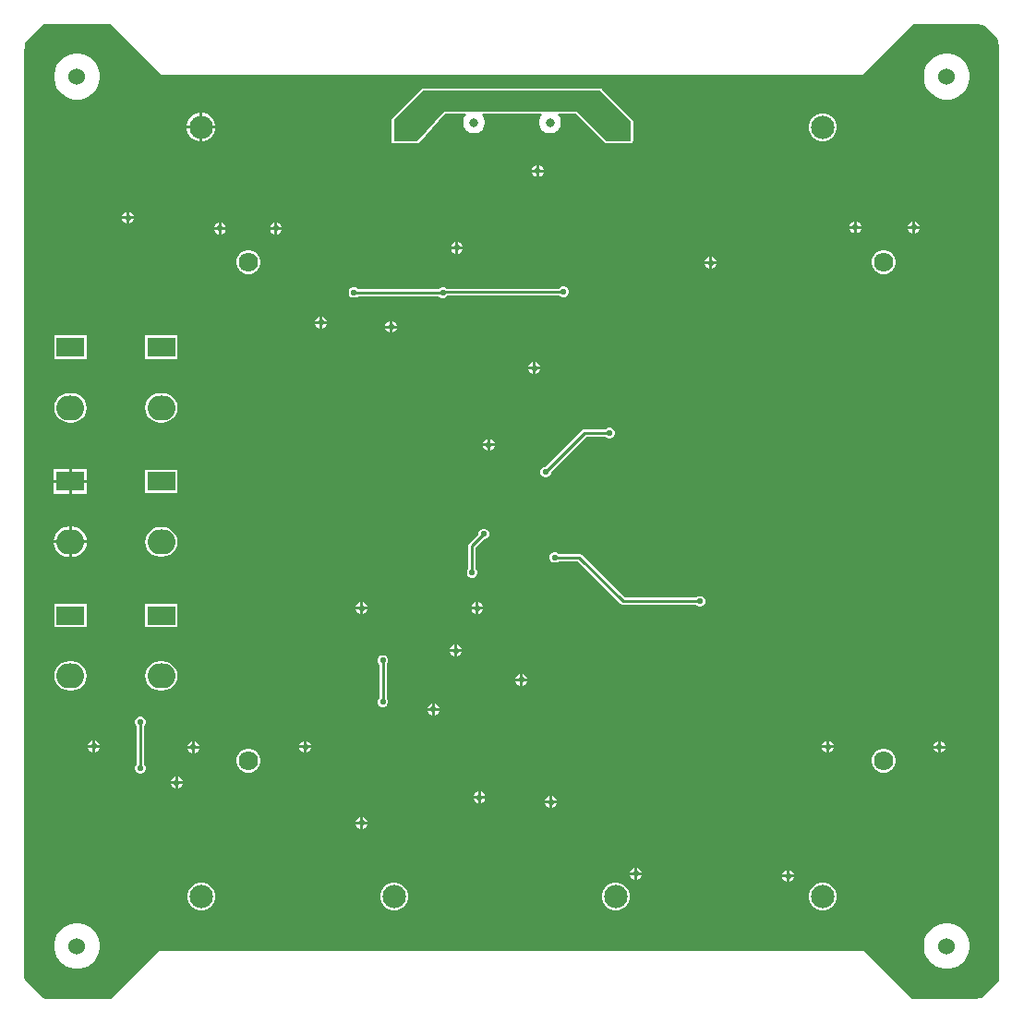
<source format=gbl>
G04*
G04 #@! TF.GenerationSoftware,Altium Limited,Altium Designer,23.11.1 (41)*
G04*
G04 Layer_Physical_Order=2*
G04 Layer_Color=16711680*
%FSLAX25Y25*%
%MOIN*%
G70*
G04*
G04 #@! TF.SameCoordinates,7FD28054-1643-4BC3-9A3C-097E624A02D2*
G04*
G04*
G04 #@! TF.FilePolarity,Positive*
G04*
G01*
G75*
%ADD13C,0.01000*%
%ADD77R,0.10000X0.07000*%
%ADD78C,0.07008*%
%ADD79C,0.08445*%
%ADD80C,0.03150*%
%ADD81O,0.10000X0.09000*%
%ADD82C,0.06000*%
%ADD83C,0.02300*%
G36*
X-205667Y-1204D02*
X-205656Y-1202D01*
X-205645Y-1204D01*
X-183435D01*
X-165451Y-19189D01*
X-165060Y-19450D01*
X-164599Y-19542D01*
X-164599Y-19542D01*
X87401D01*
X87401Y-19542D01*
X87862Y-19450D01*
X88252Y-19189D01*
X106237Y-1204D01*
X128627Y-1192D01*
X129493Y-1195D01*
X131191Y-1537D01*
X132319Y-2008D01*
X136587Y-6276D01*
X137068Y-7445D01*
X137401Y-9145D01*
X137399Y-10011D01*
X137399Y-10013D01*
X137399Y-10014D01*
X137399Y-282636D01*
X137398Y-343833D01*
X137404Y-343864D01*
X137399Y-343896D01*
X137444Y-344761D01*
X137195Y-346476D01*
X137040Y-346912D01*
X131175Y-352776D01*
X129935Y-353090D01*
X129101Y-353133D01*
X105900D01*
X89052Y-336286D01*
X89052Y-336286D01*
X88662Y-336025D01*
X88201Y-335933D01*
X-165399D01*
X-165399Y-335933D01*
X-165860Y-336025D01*
X-166251Y-336286D01*
X-183098Y-353133D01*
X-205835Y-353128D01*
X-206697Y-353124D01*
X-207762Y-352906D01*
X-214362Y-346306D01*
X-214585Y-345153D01*
X-214581Y-344287D01*
X-214581Y-344284D01*
X-214581Y-344280D01*
X-214581Y-10375D01*
X-214540Y-10169D01*
X-214493Y-9942D01*
X-214489Y-9075D01*
X-214253Y-7922D01*
X-207758Y-1427D01*
X-206525Y-1189D01*
X-205667Y-1204D01*
D02*
G37*
%LPC*%
G36*
X119219Y-11913D02*
X117586D01*
X115985Y-12231D01*
X114477Y-12856D01*
X113119Y-13763D01*
X111965Y-14917D01*
X111058Y-16274D01*
X110433Y-17783D01*
X110115Y-19384D01*
Y-21016D01*
X110433Y-22617D01*
X111058Y-24126D01*
X111965Y-25483D01*
X113119Y-26637D01*
X114477Y-27544D01*
X115985Y-28169D01*
X117586Y-28488D01*
X119219D01*
X120820Y-28169D01*
X122328Y-27544D01*
X123685Y-26637D01*
X124839Y-25483D01*
X125746Y-24126D01*
X126371Y-22617D01*
X126690Y-21016D01*
Y-19384D01*
X126371Y-17783D01*
X125746Y-16274D01*
X124839Y-14917D01*
X123685Y-13763D01*
X122328Y-12856D01*
X120820Y-12231D01*
X119219Y-11913D01*
D02*
G37*
G36*
X-194769D02*
X-196401D01*
X-198002Y-12231D01*
X-199510Y-12856D01*
X-200868Y-13763D01*
X-202022Y-14917D01*
X-202929Y-16274D01*
X-203554Y-17783D01*
X-203872Y-19384D01*
Y-21016D01*
X-203554Y-22617D01*
X-202929Y-24126D01*
X-202022Y-25483D01*
X-200868Y-26637D01*
X-199510Y-27544D01*
X-198002Y-28169D01*
X-196401Y-28488D01*
X-194769D01*
X-193167Y-28169D01*
X-191659Y-27544D01*
X-190302Y-26637D01*
X-189148Y-25483D01*
X-188241Y-24126D01*
X-187616Y-22617D01*
X-187297Y-21016D01*
Y-19384D01*
X-187616Y-17783D01*
X-188241Y-16274D01*
X-189148Y-14917D01*
X-190302Y-13763D01*
X-191659Y-12856D01*
X-193167Y-12231D01*
X-194769Y-11913D01*
D02*
G37*
G36*
X-150119Y-33258D02*
X-150306D01*
Y-37980D01*
X-145584D01*
Y-37793D01*
X-145940Y-36464D01*
X-146627Y-35274D01*
X-147599Y-34301D01*
X-148790Y-33614D01*
X-150119Y-33258D01*
D02*
G37*
G36*
X-151306D02*
X-151494D01*
X-152822Y-33614D01*
X-154013Y-34301D01*
X-154985Y-35274D01*
X-155673Y-36464D01*
X-156029Y-37793D01*
Y-37980D01*
X-151306D01*
Y-33258D01*
D02*
G37*
G36*
X74263Y-33470D02*
X72944D01*
X71670Y-33812D01*
X70527Y-34471D01*
X69594Y-35404D01*
X68935Y-36546D01*
X68594Y-37821D01*
Y-39140D01*
X68935Y-40414D01*
X69594Y-41556D01*
X70527Y-42489D01*
X71670Y-43149D01*
X72944Y-43490D01*
X74263D01*
X75537Y-43149D01*
X76679Y-42489D01*
X77612Y-41556D01*
X78272Y-40414D01*
X78613Y-39140D01*
Y-37821D01*
X78272Y-36546D01*
X77612Y-35404D01*
X76679Y-34471D01*
X75537Y-33812D01*
X74263Y-33470D01*
D02*
G37*
G36*
X-145584Y-38980D02*
X-150306D01*
Y-43703D01*
X-150119D01*
X-148790Y-43347D01*
X-147599Y-42659D01*
X-146627Y-41687D01*
X-145940Y-40496D01*
X-145584Y-39168D01*
Y-38980D01*
D02*
G37*
G36*
X-151306D02*
X-156029D01*
Y-39168D01*
X-155673Y-40496D01*
X-154985Y-41687D01*
X-154013Y-42659D01*
X-152822Y-43347D01*
X-151494Y-43703D01*
X-151306D01*
Y-38980D01*
D02*
G37*
G36*
X-70629Y-24591D02*
X-70936Y-24653D01*
X-71197Y-24827D01*
X-71197Y-24827D01*
X-81768Y-35398D01*
X-81942Y-35658D01*
X-82003Y-35965D01*
Y-43600D01*
X-81942Y-43907D01*
X-81768Y-44168D01*
X-81507Y-44342D01*
X-81200Y-44403D01*
X-72800D01*
X-72778Y-44398D01*
X-72755Y-44402D01*
X-72625Y-44368D01*
X-72493Y-44342D01*
X-72474Y-44329D01*
X-72452Y-44323D01*
X-72344Y-44242D01*
X-72232Y-44168D01*
X-72220Y-44149D01*
X-72201Y-44135D01*
X-62791Y-33603D01*
X-55337D01*
X-55130Y-34103D01*
X-55410Y-34383D01*
X-55928Y-35280D01*
X-56196Y-36282D01*
Y-37318D01*
X-55928Y-38320D01*
X-55410Y-39217D01*
X-54677Y-39950D01*
X-53779Y-40469D01*
X-52778Y-40737D01*
X-51741D01*
X-50740Y-40469D01*
X-49842Y-39950D01*
X-49109Y-39217D01*
X-48591Y-38320D01*
X-48322Y-37318D01*
Y-36282D01*
X-48591Y-35280D01*
X-49109Y-34383D01*
X-49389Y-34103D01*
X-49182Y-33603D01*
X-27935D01*
X-27728Y-34103D01*
X-28008Y-34383D01*
X-28526Y-35280D01*
X-28795Y-36282D01*
Y-37318D01*
X-28526Y-38320D01*
X-28008Y-39217D01*
X-27275Y-39950D01*
X-26377Y-40469D01*
X-25376Y-40737D01*
X-24339D01*
X-23338Y-40469D01*
X-22440Y-39950D01*
X-21707Y-39217D01*
X-21189Y-38320D01*
X-20921Y-37318D01*
Y-36282D01*
X-21189Y-35280D01*
X-21707Y-34383D01*
X-21987Y-34103D01*
X-21780Y-33603D01*
X-15385D01*
X-4820Y-44168D01*
X-4559Y-44342D01*
X-4252Y-44403D01*
X4031D01*
X4032Y-44403D01*
X4033Y-44403D01*
X4187Y-44372D01*
X4338Y-44342D01*
X4339Y-44341D01*
X4340Y-44341D01*
X4469Y-44254D01*
X4598Y-44168D01*
X4599Y-44167D01*
X4600Y-44166D01*
X4953Y-43811D01*
X4953Y-43810D01*
X4955Y-43810D01*
X5041Y-43679D01*
X5126Y-43550D01*
X5126Y-43549D01*
X5127Y-43548D01*
X5156Y-43396D01*
X5186Y-43243D01*
X5186Y-43242D01*
X5186Y-43240D01*
X5143Y-36338D01*
X5113Y-36187D01*
X5082Y-36036D01*
X5081Y-36033D01*
X5080Y-36031D01*
X4994Y-35903D01*
X4908Y-35775D01*
X-6035Y-24827D01*
X-6035Y-24827D01*
X-6035Y-24827D01*
X-6168Y-24737D01*
X-6295Y-24653D01*
X-6295Y-24653D01*
X-6295Y-24653D01*
X-6441Y-24624D01*
X-6602Y-24591D01*
X-6602Y-24591D01*
X-6602Y-24591D01*
X-70629D01*
X-70629Y-24591D01*
D02*
G37*
G36*
X-28800Y-52180D02*
Y-53800D01*
X-27180D01*
X-27477Y-53082D01*
X-28082Y-52477D01*
X-28800Y-52180D01*
D02*
G37*
G36*
X-29800D02*
X-30518Y-52477D01*
X-31123Y-53082D01*
X-31420Y-53800D01*
X-29800D01*
Y-52180D01*
D02*
G37*
G36*
X-27180Y-54800D02*
X-28800D01*
Y-56420D01*
X-28082Y-56123D01*
X-27477Y-55518D01*
X-27180Y-54800D01*
D02*
G37*
G36*
X-29800D02*
X-31420D01*
X-31123Y-55518D01*
X-30518Y-56123D01*
X-29800Y-56420D01*
Y-54800D01*
D02*
G37*
G36*
X-176700Y-69137D02*
Y-70757D01*
X-175080D01*
X-175377Y-70039D01*
X-175982Y-69434D01*
X-176700Y-69137D01*
D02*
G37*
G36*
X-177700D02*
X-178418Y-69434D01*
X-179023Y-70039D01*
X-179320Y-70757D01*
X-177700D01*
Y-69137D01*
D02*
G37*
G36*
X-175080Y-71757D02*
X-176700D01*
Y-73377D01*
X-175982Y-73079D01*
X-175377Y-72475D01*
X-175080Y-71757D01*
D02*
G37*
G36*
X-177700D02*
X-179320D01*
X-179023Y-72475D01*
X-178418Y-73079D01*
X-177700Y-73377D01*
Y-71757D01*
D02*
G37*
G36*
X85892Y-72508D02*
Y-74128D01*
X87512D01*
X87215Y-73410D01*
X86610Y-72806D01*
X85892Y-72508D01*
D02*
G37*
G36*
X84892D02*
X84174Y-72806D01*
X83569Y-73410D01*
X83272Y-74128D01*
X84892D01*
Y-72508D01*
D02*
G37*
G36*
X106956Y-72618D02*
Y-74238D01*
X108576D01*
X108279Y-73520D01*
X107674Y-72915D01*
X106956Y-72618D01*
D02*
G37*
G36*
X105956D02*
X105238Y-72915D01*
X104633Y-73520D01*
X104336Y-74238D01*
X105956D01*
Y-72618D01*
D02*
G37*
G36*
X-143529Y-72890D02*
Y-74510D01*
X-141909D01*
X-142206Y-73792D01*
X-142811Y-73187D01*
X-143529Y-72890D01*
D02*
G37*
G36*
X-144529D02*
X-145247Y-73187D01*
X-145852Y-73792D01*
X-146149Y-74510D01*
X-144529D01*
Y-72890D01*
D02*
G37*
G36*
X-123233Y-72899D02*
Y-74519D01*
X-121613D01*
X-121911Y-73801D01*
X-122515Y-73196D01*
X-123233Y-72899D01*
D02*
G37*
G36*
X-124233D02*
X-124951Y-73196D01*
X-125556Y-73801D01*
X-125853Y-74519D01*
X-124233D01*
Y-72899D01*
D02*
G37*
G36*
X87512Y-75128D02*
X85892D01*
Y-76748D01*
X86610Y-76451D01*
X87215Y-75846D01*
X87512Y-75128D01*
D02*
G37*
G36*
X84892D02*
X83272D01*
X83569Y-75846D01*
X84174Y-76451D01*
X84892Y-76748D01*
Y-75128D01*
D02*
G37*
G36*
X108576Y-75238D02*
X106956D01*
Y-76858D01*
X107674Y-76560D01*
X108279Y-75955D01*
X108576Y-75238D01*
D02*
G37*
G36*
X105956D02*
X104336D01*
X104633Y-75955D01*
X105238Y-76560D01*
X105956Y-76858D01*
Y-75238D01*
D02*
G37*
G36*
X-141909Y-75510D02*
X-143529D01*
Y-77130D01*
X-142811Y-76832D01*
X-142206Y-76227D01*
X-141909Y-75510D01*
D02*
G37*
G36*
X-144529D02*
X-146149D01*
X-145852Y-76227D01*
X-145247Y-76832D01*
X-144529Y-77130D01*
Y-75510D01*
D02*
G37*
G36*
X-121613Y-75519D02*
X-123233D01*
Y-77139D01*
X-122515Y-76841D01*
X-121911Y-76237D01*
X-121613Y-75519D01*
D02*
G37*
G36*
X-124233D02*
X-125853D01*
X-125556Y-76237D01*
X-124951Y-76841D01*
X-124233Y-77139D01*
Y-75519D01*
D02*
G37*
G36*
X-57905Y-79883D02*
Y-81503D01*
X-56285D01*
X-56583Y-80786D01*
X-57187Y-80181D01*
X-57905Y-79883D01*
D02*
G37*
G36*
X-58905D02*
X-59623Y-80181D01*
X-60228Y-80786D01*
X-60525Y-81503D01*
X-58905D01*
Y-79883D01*
D02*
G37*
G36*
X-56285Y-82503D02*
X-57905D01*
Y-84123D01*
X-57187Y-83826D01*
X-56583Y-83221D01*
X-56285Y-82503D01*
D02*
G37*
G36*
X-58905D02*
X-60525D01*
X-60228Y-83221D01*
X-59623Y-83826D01*
X-58905Y-84123D01*
Y-82503D01*
D02*
G37*
G36*
X33684Y-85416D02*
Y-87036D01*
X35304D01*
X35007Y-86318D01*
X34402Y-85713D01*
X33684Y-85416D01*
D02*
G37*
G36*
X32684D02*
X31966Y-85713D01*
X31362Y-86318D01*
X31064Y-87036D01*
X32684D01*
Y-85416D01*
D02*
G37*
G36*
X35304Y-88036D02*
X33684D01*
Y-89656D01*
X34402Y-89359D01*
X35007Y-88754D01*
X35304Y-88036D01*
D02*
G37*
G36*
X32684D02*
X31064D01*
X31362Y-88754D01*
X31966Y-89359D01*
X32684Y-89656D01*
Y-88036D01*
D02*
G37*
G36*
X96164Y-82909D02*
X95034D01*
X93943Y-83201D01*
X92964Y-83766D01*
X92165Y-84565D01*
X91601Y-85544D01*
X91308Y-86635D01*
Y-87765D01*
X91601Y-88856D01*
X92165Y-89835D01*
X92964Y-90634D01*
X93943Y-91199D01*
X95034Y-91491D01*
X96164D01*
X97256Y-91199D01*
X98234Y-90634D01*
X99033Y-89835D01*
X99598Y-88856D01*
X99891Y-87765D01*
Y-86635D01*
X99598Y-85544D01*
X99033Y-84565D01*
X98234Y-83766D01*
X97256Y-83201D01*
X96164Y-82909D01*
D02*
G37*
G36*
X-133220D02*
X-134350D01*
X-135441Y-83201D01*
X-136420Y-83766D01*
X-137219Y-84565D01*
X-137784Y-85544D01*
X-138076Y-86635D01*
Y-87765D01*
X-137784Y-88856D01*
X-137219Y-89835D01*
X-136420Y-90634D01*
X-135441Y-91199D01*
X-134350Y-91491D01*
X-133220D01*
X-132128Y-91199D01*
X-131150Y-90634D01*
X-130351Y-89835D01*
X-129786Y-88856D01*
X-129493Y-87765D01*
Y-86635D01*
X-129786Y-85544D01*
X-130351Y-84565D01*
X-131150Y-83766D01*
X-132128Y-83201D01*
X-133220Y-82909D01*
D02*
G37*
G36*
X-19592Y-96058D02*
X-20362D01*
X-21075Y-96353D01*
X-21491Y-96769D01*
X-62162D01*
X-62406Y-96526D01*
X-63118Y-96231D01*
X-63888D01*
X-64600Y-96526D01*
X-64930Y-96855D01*
X-67487D01*
X-67609Y-96831D01*
X-94173D01*
X-94503Y-96501D01*
X-95215Y-96206D01*
X-95985D01*
X-96697Y-96501D01*
X-97242Y-97046D01*
X-97537Y-97759D01*
Y-98529D01*
X-97242Y-99241D01*
X-96697Y-99786D01*
X-95985Y-100081D01*
X-95215D01*
X-94503Y-99786D01*
X-94173Y-99457D01*
X-67706D01*
X-67585Y-99481D01*
X-64930D01*
X-64600Y-99811D01*
X-63888Y-100106D01*
X-63118D01*
X-62406Y-99811D01*
X-61989Y-99394D01*
X-21318D01*
X-21075Y-99638D01*
X-20362Y-99933D01*
X-19592D01*
X-18880Y-99638D01*
X-18335Y-99093D01*
X-18040Y-98381D01*
Y-97610D01*
X-18335Y-96898D01*
X-18880Y-96353D01*
X-19592Y-96058D01*
D02*
G37*
G36*
X-106985Y-106957D02*
Y-108577D01*
X-105365D01*
X-105663Y-107859D01*
X-106267Y-107254D01*
X-106985Y-106957D01*
D02*
G37*
G36*
X-107985D02*
X-108703Y-107254D01*
X-109308Y-107859D01*
X-109605Y-108577D01*
X-107985D01*
Y-106957D01*
D02*
G37*
G36*
X-81618Y-108481D02*
Y-110101D01*
X-79998D01*
X-80295Y-109383D01*
X-80900Y-108779D01*
X-81618Y-108481D01*
D02*
G37*
G36*
X-82618D02*
X-83336Y-108779D01*
X-83941Y-109383D01*
X-84238Y-110101D01*
X-82618D01*
Y-108481D01*
D02*
G37*
G36*
X-105365Y-109577D02*
X-106985D01*
Y-111197D01*
X-106267Y-110900D01*
X-105663Y-110295D01*
X-105365Y-109577D01*
D02*
G37*
G36*
X-107985D02*
X-109605D01*
X-109308Y-110295D01*
X-108703Y-110900D01*
X-107985Y-111197D01*
Y-109577D01*
D02*
G37*
G36*
X-79998Y-111101D02*
X-81618D01*
Y-112721D01*
X-80900Y-112424D01*
X-80295Y-111819D01*
X-79998Y-111101D01*
D02*
G37*
G36*
X-82618D02*
X-84238D01*
X-83941Y-111819D01*
X-83336Y-112424D01*
X-82618Y-112721D01*
Y-111101D01*
D02*
G37*
G36*
X-159413Y-113713D02*
X-170987D01*
Y-122287D01*
X-159413D01*
Y-113713D01*
D02*
G37*
G36*
X-192213D02*
X-203787D01*
Y-122287D01*
X-192213D01*
Y-113713D01*
D02*
G37*
G36*
X-30026Y-123316D02*
Y-124936D01*
X-28405D01*
X-28703Y-124218D01*
X-29308Y-123613D01*
X-30026Y-123316D01*
D02*
G37*
G36*
X-31025D02*
X-31743Y-123613D01*
X-32348Y-124218D01*
X-32645Y-124936D01*
X-31025D01*
Y-123316D01*
D02*
G37*
G36*
X-28405Y-125936D02*
X-30026D01*
Y-127556D01*
X-29308Y-127259D01*
X-28703Y-126654D01*
X-28405Y-125936D01*
D02*
G37*
G36*
X-31025D02*
X-32645D01*
X-32348Y-126654D01*
X-31743Y-127259D01*
X-31025Y-127556D01*
Y-125936D01*
D02*
G37*
G36*
X-164700Y-134478D02*
X-165700D01*
X-167080Y-134660D01*
X-168367Y-135193D01*
X-169471Y-136040D01*
X-170318Y-137144D01*
X-170851Y-138431D01*
X-171033Y-139811D01*
X-170851Y-141191D01*
X-170318Y-142478D01*
X-169471Y-143582D01*
X-168367Y-144430D01*
X-167080Y-144962D01*
X-165700Y-145144D01*
X-164700D01*
X-163320Y-144962D01*
X-162033Y-144430D01*
X-160929Y-143582D01*
X-160082Y-142478D01*
X-159549Y-141191D01*
X-159367Y-139811D01*
X-159549Y-138431D01*
X-160082Y-137144D01*
X-160929Y-136040D01*
X-162033Y-135193D01*
X-163320Y-134660D01*
X-164700Y-134478D01*
D02*
G37*
G36*
X-197500D02*
X-198500D01*
X-199880Y-134660D01*
X-201167Y-135193D01*
X-202271Y-136040D01*
X-203118Y-137144D01*
X-203651Y-138431D01*
X-203833Y-139811D01*
X-203651Y-141191D01*
X-203118Y-142478D01*
X-202271Y-143582D01*
X-201167Y-144430D01*
X-199880Y-144962D01*
X-198500Y-145144D01*
X-197500D01*
X-196120Y-144962D01*
X-194834Y-144430D01*
X-193729Y-143582D01*
X-192882Y-142478D01*
X-192349Y-141191D01*
X-192167Y-139811D01*
X-192349Y-138431D01*
X-192882Y-137144D01*
X-193729Y-136040D01*
X-194834Y-135193D01*
X-196120Y-134660D01*
X-197500Y-134478D01*
D02*
G37*
G36*
X-3018Y-147016D02*
X-3789D01*
X-4501Y-147311D01*
X-4831Y-147641D01*
X-12431D01*
X-12933Y-147741D01*
X-13359Y-148025D01*
X-26470Y-161137D01*
X-26715D01*
X-27427Y-161432D01*
X-27972Y-161977D01*
X-28267Y-162689D01*
Y-163459D01*
X-27972Y-164172D01*
X-27427Y-164716D01*
X-26715Y-165011D01*
X-25944D01*
X-25232Y-164716D01*
X-24687Y-164172D01*
X-24392Y-163459D01*
Y-162771D01*
X-11887Y-150266D01*
X-4831D01*
X-4501Y-150596D01*
X-3789Y-150891D01*
X-3018D01*
X-2306Y-150596D01*
X-1761Y-150051D01*
X-1466Y-149339D01*
Y-148568D01*
X-1761Y-147856D01*
X-2306Y-147311D01*
X-3018Y-147016D01*
D02*
G37*
G36*
X-46424Y-151103D02*
Y-152723D01*
X-44804D01*
X-45101Y-152006D01*
X-45706Y-151401D01*
X-46424Y-151103D01*
D02*
G37*
G36*
X-47424D02*
X-48142Y-151401D01*
X-48747Y-152006D01*
X-49044Y-152723D01*
X-47424D01*
Y-151103D01*
D02*
G37*
G36*
X-44804Y-153723D02*
X-46424D01*
Y-155343D01*
X-45706Y-155046D01*
X-45101Y-154441D01*
X-44804Y-153723D01*
D02*
G37*
G36*
X-47424D02*
X-49044D01*
X-48747Y-154441D01*
X-48142Y-155046D01*
X-47424Y-155343D01*
Y-153723D01*
D02*
G37*
G36*
X-192000Y-161900D02*
X-197500D01*
Y-165900D01*
X-192000D01*
Y-161900D01*
D02*
G37*
G36*
X-198500D02*
X-204000D01*
Y-165900D01*
X-198500D01*
Y-161900D01*
D02*
G37*
G36*
X-159413Y-162113D02*
X-170987D01*
Y-170687D01*
X-159413D01*
Y-162113D01*
D02*
G37*
G36*
X-192000Y-166900D02*
X-197500D01*
Y-170900D01*
X-192000D01*
Y-166900D01*
D02*
G37*
G36*
X-198500D02*
X-204000D01*
Y-170900D01*
X-198500D01*
Y-166900D01*
D02*
G37*
G36*
X-197500Y-182664D02*
D01*
Y-187711D01*
X-192018D01*
X-192142Y-186775D01*
X-192696Y-185437D01*
X-193577Y-184288D01*
X-194726Y-183407D01*
X-196064Y-182853D01*
X-197500Y-182664D01*
D02*
G37*
G36*
X-198500D02*
X-199936Y-182853D01*
X-201274Y-183407D01*
X-202423Y-184288D01*
X-203304Y-185437D01*
X-203858Y-186775D01*
X-203982Y-187711D01*
X-198500D01*
Y-182664D01*
D02*
G37*
G36*
X-164700Y-182878D02*
X-165700D01*
X-167080Y-183060D01*
X-168367Y-183592D01*
X-169471Y-184440D01*
X-170318Y-185545D01*
X-170851Y-186831D01*
X-171033Y-188211D01*
X-170851Y-189591D01*
X-170318Y-190877D01*
X-169471Y-191982D01*
X-168367Y-192830D01*
X-167080Y-193362D01*
X-165700Y-193544D01*
X-164700D01*
X-163320Y-193362D01*
X-162033Y-192830D01*
X-160929Y-191982D01*
X-160082Y-190877D01*
X-159549Y-189591D01*
X-159367Y-188211D01*
X-159549Y-186831D01*
X-160082Y-185545D01*
X-160929Y-184440D01*
X-162033Y-183592D01*
X-163320Y-183060D01*
X-164700Y-182878D01*
D02*
G37*
G36*
X-192018Y-188711D02*
X-197500D01*
Y-193758D01*
X-196064Y-193570D01*
X-194726Y-193015D01*
X-193577Y-192134D01*
X-192696Y-190985D01*
X-192142Y-189647D01*
X-192018Y-188711D01*
D02*
G37*
G36*
X-198500D02*
X-203982D01*
X-203858Y-189647D01*
X-203304Y-190985D01*
X-202423Y-192134D01*
X-201274Y-193015D01*
X-199936Y-193570D01*
X-198500Y-193758D01*
D01*
Y-188711D01*
D02*
G37*
G36*
X-48362Y-183479D02*
X-49132D01*
X-49844Y-183774D01*
X-50389Y-184319D01*
X-50684Y-185031D01*
Y-185497D01*
X-53859Y-188672D01*
X-54143Y-189097D01*
X-54243Y-189600D01*
Y-197778D01*
X-54573Y-198108D01*
X-54868Y-198820D01*
Y-199591D01*
X-54573Y-200303D01*
X-54028Y-200848D01*
X-53316Y-201143D01*
X-52545D01*
X-51833Y-200848D01*
X-51288Y-200303D01*
X-50993Y-199591D01*
Y-198820D01*
X-51288Y-198108D01*
X-51618Y-197778D01*
Y-190144D01*
X-48828Y-187354D01*
X-48362D01*
X-47649Y-187059D01*
X-47104Y-186514D01*
X-46809Y-185801D01*
Y-185031D01*
X-47104Y-184319D01*
X-47649Y-183774D01*
X-48362Y-183479D01*
D02*
G37*
G36*
X-22688Y-191881D02*
X-23459D01*
X-24171Y-192176D01*
X-24716Y-192721D01*
X-25010Y-193433D01*
Y-194203D01*
X-24716Y-194916D01*
X-24171Y-195461D01*
X-23459Y-195756D01*
X-22688D01*
X-21976Y-195461D01*
X-21646Y-195131D01*
X-14783D01*
X740Y-210655D01*
X1166Y-210939D01*
X1669Y-211039D01*
X27845D01*
X28175Y-211369D01*
X28887Y-211664D01*
X29658D01*
X30370Y-211369D01*
X30915Y-210824D01*
X31210Y-210112D01*
Y-209341D01*
X30915Y-208629D01*
X30370Y-208084D01*
X29658Y-207789D01*
X28887D01*
X28175Y-208084D01*
X27845Y-208414D01*
X2212D01*
X-13311Y-192890D01*
X-13737Y-192605D01*
X-14240Y-192506D01*
X-21646D01*
X-21976Y-192176D01*
X-22688Y-191881D01*
D02*
G37*
G36*
X-50570Y-210077D02*
Y-211697D01*
X-48950D01*
X-49247Y-210980D01*
X-49852Y-210375D01*
X-50570Y-210077D01*
D02*
G37*
G36*
X-51570D02*
X-52288Y-210375D01*
X-52893Y-210980D01*
X-53190Y-211697D01*
X-51570D01*
Y-210077D01*
D02*
G37*
G36*
X-92345D02*
Y-211697D01*
X-90725D01*
X-91022Y-210980D01*
X-91627Y-210375D01*
X-92345Y-210077D01*
D02*
G37*
G36*
X-93345D02*
X-94063Y-210375D01*
X-94668Y-210980D01*
X-94965Y-211697D01*
X-93345D01*
Y-210077D01*
D02*
G37*
G36*
X-48950Y-212697D02*
X-50570D01*
Y-214317D01*
X-49852Y-214020D01*
X-49247Y-213415D01*
X-48950Y-212697D01*
D02*
G37*
G36*
X-51570D02*
X-53190D01*
X-52893Y-213415D01*
X-52288Y-214020D01*
X-51570Y-214317D01*
Y-212697D01*
D02*
G37*
G36*
X-90725D02*
X-92345D01*
Y-214317D01*
X-91627Y-214020D01*
X-91022Y-213415D01*
X-90725Y-212697D01*
D02*
G37*
G36*
X-93345D02*
X-94965D01*
X-94668Y-213415D01*
X-94063Y-214020D01*
X-93345Y-214317D01*
Y-212697D01*
D02*
G37*
G36*
X-159413Y-210513D02*
X-170987D01*
Y-219087D01*
X-159413D01*
Y-210513D01*
D02*
G37*
G36*
X-192213D02*
X-203787D01*
Y-219087D01*
X-192213D01*
Y-210513D01*
D02*
G37*
G36*
X-58355Y-225405D02*
Y-227025D01*
X-56735D01*
X-57033Y-226307D01*
X-57638Y-225702D01*
X-58355Y-225405D01*
D02*
G37*
G36*
X-59355D02*
X-60073Y-225702D01*
X-60678Y-226307D01*
X-60975Y-227025D01*
X-59355D01*
Y-225405D01*
D02*
G37*
G36*
X-56735Y-228025D02*
X-58355D01*
Y-229645D01*
X-57638Y-229348D01*
X-57033Y-228743D01*
X-56735Y-228025D01*
D02*
G37*
G36*
X-59355D02*
X-60975D01*
X-60678Y-228743D01*
X-60073Y-229348D01*
X-59355Y-229645D01*
Y-228025D01*
D02*
G37*
G36*
X-34638Y-235880D02*
Y-237500D01*
X-33018D01*
X-33315Y-236782D01*
X-33920Y-236177D01*
X-34638Y-235880D01*
D02*
G37*
G36*
X-35638D02*
X-36356Y-236177D01*
X-36960Y-236782D01*
X-37258Y-237500D01*
X-35638D01*
Y-235880D01*
D02*
G37*
G36*
X-33018Y-238500D02*
X-34638D01*
Y-240120D01*
X-33920Y-239823D01*
X-33315Y-239218D01*
X-33018Y-238500D01*
D02*
G37*
G36*
X-35638D02*
X-37258D01*
X-36960Y-239218D01*
X-36356Y-239823D01*
X-35638Y-240120D01*
Y-238500D01*
D02*
G37*
G36*
X-164700Y-231278D02*
X-165700D01*
X-167080Y-231460D01*
X-168367Y-231993D01*
X-169471Y-232840D01*
X-170318Y-233945D01*
X-170851Y-235231D01*
X-171033Y-236611D01*
X-170851Y-237991D01*
X-170318Y-239278D01*
X-169471Y-240382D01*
X-168367Y-241230D01*
X-167080Y-241762D01*
X-165700Y-241944D01*
X-164700D01*
X-163320Y-241762D01*
X-162033Y-241230D01*
X-160929Y-240382D01*
X-160082Y-239278D01*
X-159549Y-237991D01*
X-159367Y-236611D01*
X-159549Y-235231D01*
X-160082Y-233945D01*
X-160929Y-232840D01*
X-162033Y-231993D01*
X-163320Y-231460D01*
X-164700Y-231278D01*
D02*
G37*
G36*
X-197500D02*
X-198500D01*
X-199880Y-231460D01*
X-201167Y-231993D01*
X-202271Y-232840D01*
X-203118Y-233945D01*
X-203651Y-235231D01*
X-203833Y-236611D01*
X-203651Y-237991D01*
X-203118Y-239278D01*
X-202271Y-240382D01*
X-201167Y-241230D01*
X-199880Y-241762D01*
X-198500Y-241944D01*
X-197500D01*
X-196120Y-241762D01*
X-194834Y-241230D01*
X-193729Y-240382D01*
X-192882Y-239278D01*
X-192349Y-237991D01*
X-192167Y-236611D01*
X-192349Y-235231D01*
X-192882Y-233945D01*
X-193729Y-232840D01*
X-194834Y-231993D01*
X-196120Y-231460D01*
X-197500Y-231278D01*
D02*
G37*
G36*
X-84815Y-229116D02*
X-85585D01*
X-86298Y-229411D01*
X-86842Y-229956D01*
X-87137Y-230668D01*
Y-231439D01*
X-86842Y-232151D01*
X-86513Y-232481D01*
Y-244613D01*
X-86842Y-244943D01*
X-87137Y-245655D01*
Y-246426D01*
X-86842Y-247138D01*
X-86298Y-247683D01*
X-85585Y-247978D01*
X-84815D01*
X-84102Y-247683D01*
X-83558Y-247138D01*
X-83263Y-246426D01*
Y-245655D01*
X-83558Y-244943D01*
X-83887Y-244613D01*
Y-232481D01*
X-83558Y-232151D01*
X-83263Y-231439D01*
Y-230668D01*
X-83558Y-229956D01*
X-84102Y-229411D01*
X-84815Y-229116D01*
D02*
G37*
G36*
X-66440Y-246601D02*
Y-248221D01*
X-64820D01*
X-65118Y-247503D01*
X-65722Y-246898D01*
X-66440Y-246601D01*
D02*
G37*
G36*
X-67440D02*
X-68158Y-246898D01*
X-68763Y-247503D01*
X-69060Y-248221D01*
X-67440D01*
Y-246601D01*
D02*
G37*
G36*
X-64820Y-249221D02*
X-66440D01*
Y-250841D01*
X-65722Y-250544D01*
X-65118Y-249939D01*
X-64820Y-249221D01*
D02*
G37*
G36*
X-67440D02*
X-69060D01*
X-68763Y-249939D01*
X-68158Y-250544D01*
X-67440Y-250841D01*
Y-249221D01*
D02*
G37*
G36*
X-188976Y-259880D02*
Y-261500D01*
X-187356D01*
X-187654Y-260782D01*
X-188259Y-260177D01*
X-188976Y-259880D01*
D02*
G37*
G36*
X-189976D02*
X-190694Y-260177D01*
X-191299Y-260782D01*
X-191596Y-261500D01*
X-189976D01*
Y-259880D01*
D02*
G37*
G36*
X75973Y-260107D02*
Y-261727D01*
X77593D01*
X77296Y-261009D01*
X76691Y-260405D01*
X75973Y-260107D01*
D02*
G37*
G36*
X74973D02*
X74255Y-260405D01*
X73650Y-261009D01*
X73353Y-261727D01*
X74973D01*
Y-260107D01*
D02*
G37*
G36*
X-112707Y-260144D02*
Y-261764D01*
X-111087D01*
X-111384Y-261046D01*
X-111989Y-260441D01*
X-112707Y-260144D01*
D02*
G37*
G36*
X-113707D02*
X-114425Y-260441D01*
X-115030Y-261046D01*
X-115327Y-261764D01*
X-113707D01*
Y-260144D01*
D02*
G37*
G36*
X116234Y-260150D02*
Y-261770D01*
X117854D01*
X117557Y-261052D01*
X116952Y-260447D01*
X116234Y-260150D01*
D02*
G37*
G36*
X115234D02*
X114516Y-260447D01*
X113911Y-261052D01*
X113614Y-261770D01*
X115234D01*
Y-260150D01*
D02*
G37*
G36*
X-153100Y-260201D02*
Y-261821D01*
X-151480D01*
X-151777Y-261103D01*
X-152382Y-260498D01*
X-153100Y-260201D01*
D02*
G37*
G36*
X-154100D02*
X-154818Y-260498D01*
X-155423Y-261103D01*
X-155720Y-261821D01*
X-154100D01*
Y-260201D01*
D02*
G37*
G36*
X-187356Y-262500D02*
X-188976D01*
Y-264120D01*
X-188259Y-263823D01*
X-187654Y-263218D01*
X-187356Y-262500D01*
D02*
G37*
G36*
X-189976D02*
X-191596D01*
X-191299Y-263218D01*
X-190694Y-263823D01*
X-189976Y-264120D01*
Y-262500D01*
D02*
G37*
G36*
X77593Y-262727D02*
X75973D01*
Y-264347D01*
X76691Y-264050D01*
X77296Y-263445D01*
X77593Y-262727D01*
D02*
G37*
G36*
X74973D02*
X73353D01*
X73650Y-263445D01*
X74255Y-264050D01*
X74973Y-264347D01*
Y-262727D01*
D02*
G37*
G36*
X-111087Y-262764D02*
X-112707D01*
Y-264384D01*
X-111989Y-264087D01*
X-111384Y-263482D01*
X-111087Y-262764D01*
D02*
G37*
G36*
X-113707D02*
X-115327D01*
X-115030Y-263482D01*
X-114425Y-264087D01*
X-113707Y-264384D01*
Y-262764D01*
D02*
G37*
G36*
X117854Y-262770D02*
X116234D01*
Y-264390D01*
X116952Y-264093D01*
X117557Y-263488D01*
X117854Y-262770D01*
D02*
G37*
G36*
X115234D02*
X113614D01*
X113911Y-263488D01*
X114516Y-264093D01*
X115234Y-264390D01*
Y-262770D01*
D02*
G37*
G36*
X-151480Y-262821D02*
X-153100D01*
Y-264441D01*
X-152382Y-264143D01*
X-151777Y-263538D01*
X-151480Y-262821D01*
D02*
G37*
G36*
X-154100D02*
X-155720D01*
X-155423Y-263538D01*
X-154818Y-264143D01*
X-154100Y-264441D01*
Y-262821D01*
D02*
G37*
G36*
X96164Y-262909D02*
X95034D01*
X93943Y-263201D01*
X92964Y-263766D01*
X92165Y-264565D01*
X91601Y-265544D01*
X91308Y-266635D01*
Y-267765D01*
X91601Y-268856D01*
X92165Y-269835D01*
X92964Y-270634D01*
X93943Y-271199D01*
X95034Y-271491D01*
X96164D01*
X97256Y-271199D01*
X98234Y-270634D01*
X99033Y-269835D01*
X99598Y-268856D01*
X99891Y-267765D01*
Y-266635D01*
X99598Y-265544D01*
X99033Y-264565D01*
X98234Y-263766D01*
X97256Y-263201D01*
X96164Y-262909D01*
D02*
G37*
G36*
X-133220D02*
X-134350D01*
X-135441Y-263201D01*
X-136420Y-263766D01*
X-137219Y-264565D01*
X-137784Y-265544D01*
X-138076Y-266635D01*
Y-267765D01*
X-137784Y-268856D01*
X-137219Y-269835D01*
X-136420Y-270634D01*
X-135441Y-271199D01*
X-134350Y-271491D01*
X-133220D01*
X-132128Y-271199D01*
X-131150Y-270634D01*
X-130351Y-269835D01*
X-129786Y-268856D01*
X-129493Y-267765D01*
Y-266635D01*
X-129786Y-265544D01*
X-130351Y-264565D01*
X-131150Y-263766D01*
X-132128Y-263201D01*
X-133220Y-262909D01*
D02*
G37*
G36*
X-172356Y-251273D02*
X-173126D01*
X-173839Y-251568D01*
X-174384Y-252113D01*
X-174679Y-252825D01*
Y-253596D01*
X-174384Y-254308D01*
X-174054Y-254638D01*
Y-268538D01*
X-174384Y-268868D01*
X-174679Y-269580D01*
Y-270351D01*
X-174384Y-271063D01*
X-173839Y-271608D01*
X-173126Y-271903D01*
X-172356D01*
X-171644Y-271608D01*
X-171099Y-271063D01*
X-170804Y-270351D01*
Y-269580D01*
X-171099Y-268868D01*
X-171429Y-268538D01*
Y-254638D01*
X-171099Y-254308D01*
X-170804Y-253596D01*
Y-252825D01*
X-171099Y-252113D01*
X-171644Y-251568D01*
X-172356Y-251273D01*
D02*
G37*
G36*
X-159100Y-273080D02*
Y-274700D01*
X-157480D01*
X-157777Y-273982D01*
X-158382Y-273377D01*
X-159100Y-273080D01*
D02*
G37*
G36*
X-160100D02*
X-160818Y-273377D01*
X-161423Y-273982D01*
X-161720Y-274700D01*
X-160100D01*
Y-273080D01*
D02*
G37*
G36*
X-157480Y-275700D02*
X-159100D01*
Y-277320D01*
X-158382Y-277023D01*
X-157777Y-276418D01*
X-157480Y-275700D01*
D02*
G37*
G36*
X-160100D02*
X-161720D01*
X-161423Y-276418D01*
X-160818Y-277023D01*
X-160100Y-277320D01*
Y-275700D01*
D02*
G37*
G36*
X-49846Y-278405D02*
Y-280025D01*
X-48226D01*
X-48523Y-279307D01*
X-49128Y-278703D01*
X-49846Y-278405D01*
D02*
G37*
G36*
X-50846D02*
X-51564Y-278703D01*
X-52169Y-279307D01*
X-52466Y-280025D01*
X-50846D01*
Y-278405D01*
D02*
G37*
G36*
X-23962Y-279981D02*
Y-281601D01*
X-22342D01*
X-22639Y-280883D01*
X-23244Y-280278D01*
X-23962Y-279981D01*
D02*
G37*
G36*
X-24962D02*
X-25680Y-280278D01*
X-26285Y-280883D01*
X-26582Y-281601D01*
X-24962D01*
Y-279981D01*
D02*
G37*
G36*
X-48226Y-281025D02*
X-49846D01*
Y-282645D01*
X-49128Y-282348D01*
X-48523Y-281743D01*
X-48226Y-281025D01*
D02*
G37*
G36*
X-50846D02*
X-52466D01*
X-52169Y-281743D01*
X-51564Y-282348D01*
X-50846Y-282645D01*
Y-281025D01*
D02*
G37*
G36*
X-22342Y-282601D02*
X-23962D01*
Y-284221D01*
X-23244Y-283924D01*
X-22639Y-283319D01*
X-22342Y-282601D01*
D02*
G37*
G36*
X-24962D02*
X-26582D01*
X-26285Y-283319D01*
X-25680Y-283924D01*
X-24962Y-284221D01*
Y-282601D01*
D02*
G37*
G36*
X-92294Y-287625D02*
Y-289245D01*
X-90674D01*
X-90972Y-288527D01*
X-91576Y-287922D01*
X-92294Y-287625D01*
D02*
G37*
G36*
X-93294D02*
X-94012Y-287922D01*
X-94617Y-288527D01*
X-94914Y-289245D01*
X-93294D01*
Y-287625D01*
D02*
G37*
G36*
X-90674Y-290245D02*
X-92294D01*
Y-291865D01*
X-91576Y-291567D01*
X-90972Y-290963D01*
X-90674Y-290245D01*
D02*
G37*
G36*
X-93294D02*
X-94914D01*
X-94617Y-290963D01*
X-94012Y-291567D01*
X-93294Y-291865D01*
Y-290245D01*
D02*
G37*
G36*
X6693Y-305971D02*
Y-307591D01*
X8313D01*
X8016Y-306873D01*
X7411Y-306269D01*
X6693Y-305971D01*
D02*
G37*
G36*
X5693D02*
X4975Y-306269D01*
X4371Y-306873D01*
X4073Y-307591D01*
X5693D01*
Y-305971D01*
D02*
G37*
G36*
X61635Y-306789D02*
Y-308409D01*
X63255D01*
X62958Y-307691D01*
X62353Y-307086D01*
X61635Y-306789D01*
D02*
G37*
G36*
X60635D02*
X59917Y-307086D01*
X59312Y-307691D01*
X59015Y-308409D01*
X60635D01*
Y-306789D01*
D02*
G37*
G36*
X8313Y-308591D02*
X6693D01*
Y-310211D01*
X7411Y-309914D01*
X8016Y-309309D01*
X8313Y-308591D01*
D02*
G37*
G36*
X5693D02*
X4073D01*
X4371Y-309309D01*
X4975Y-309914D01*
X5693Y-310211D01*
Y-308591D01*
D02*
G37*
G36*
X63255Y-309409D02*
X61635D01*
Y-311029D01*
X62353Y-310732D01*
X62958Y-310127D01*
X63255Y-309409D01*
D02*
G37*
G36*
X60635D02*
X59015D01*
X59312Y-310127D01*
X59917Y-310732D01*
X60635Y-311029D01*
Y-309409D01*
D02*
G37*
G36*
X74262Y-311185D02*
X72943D01*
X71669Y-311526D01*
X70526Y-312186D01*
X69594Y-313119D01*
X68934Y-314261D01*
X68593Y-315535D01*
Y-316854D01*
X68934Y-318128D01*
X69594Y-319271D01*
X70526Y-320203D01*
X71669Y-320863D01*
X72943Y-321204D01*
X74262D01*
X75536Y-320863D01*
X76679Y-320203D01*
X77612Y-319271D01*
X78271Y-318128D01*
X78613Y-316854D01*
Y-315535D01*
X78271Y-314261D01*
X77612Y-313119D01*
X76679Y-312186D01*
X75536Y-311526D01*
X74262Y-311185D01*
D02*
G37*
G36*
X-541D02*
X-1860D01*
X-3134Y-311526D01*
X-4277Y-312186D01*
X-5209Y-313119D01*
X-5869Y-314261D01*
X-6210Y-315535D01*
Y-316854D01*
X-5869Y-318128D01*
X-5209Y-319271D01*
X-4277Y-320203D01*
X-3134Y-320863D01*
X-1860Y-321204D01*
X-541D01*
X733Y-320863D01*
X1876Y-320203D01*
X2808Y-319271D01*
X3468Y-318128D01*
X3809Y-316854D01*
Y-315535D01*
X3468Y-314261D01*
X2808Y-313119D01*
X1876Y-312186D01*
X733Y-311526D01*
X-541Y-311185D01*
D02*
G37*
G36*
X-80544D02*
X-81863D01*
X-83137Y-311526D01*
X-84280Y-312186D01*
X-85212Y-313119D01*
X-85872Y-314261D01*
X-86213Y-315535D01*
Y-316854D01*
X-85872Y-318128D01*
X-85212Y-319271D01*
X-84280Y-320203D01*
X-83137Y-320863D01*
X-81863Y-321204D01*
X-80544D01*
X-79270Y-320863D01*
X-78127Y-320203D01*
X-77195Y-319271D01*
X-76535Y-318128D01*
X-76194Y-316854D01*
Y-315535D01*
X-76535Y-314261D01*
X-77195Y-313119D01*
X-78127Y-312186D01*
X-79270Y-311526D01*
X-80544Y-311185D01*
D02*
G37*
G36*
X-150147D02*
X-151466D01*
X-152741Y-311526D01*
X-153883Y-312186D01*
X-154816Y-313119D01*
X-155475Y-314261D01*
X-155817Y-315535D01*
Y-316854D01*
X-155475Y-318128D01*
X-154816Y-319271D01*
X-153883Y-320203D01*
X-152741Y-320863D01*
X-151466Y-321204D01*
X-150147D01*
X-148873Y-320863D01*
X-147731Y-320203D01*
X-146798Y-319271D01*
X-146138Y-318128D01*
X-145797Y-316854D01*
Y-315535D01*
X-146138Y-314261D01*
X-146798Y-313119D01*
X-147731Y-312186D01*
X-148873Y-311526D01*
X-150147Y-311185D01*
D02*
G37*
G36*
X119219Y-325839D02*
X117586D01*
X115985Y-326157D01*
X114477Y-326782D01*
X113119Y-327689D01*
X111965Y-328843D01*
X111058Y-330201D01*
X110433Y-331709D01*
X110115Y-333310D01*
Y-334943D01*
X110433Y-336544D01*
X111058Y-338052D01*
X111965Y-339409D01*
X113119Y-340564D01*
X114477Y-341471D01*
X115985Y-342095D01*
X117586Y-342414D01*
X119219D01*
X120820Y-342095D01*
X122328Y-341471D01*
X123685Y-340564D01*
X124839Y-339409D01*
X125746Y-338052D01*
X126371Y-336544D01*
X126690Y-334943D01*
Y-333310D01*
X126371Y-331709D01*
X125746Y-330201D01*
X124839Y-328843D01*
X123685Y-327689D01*
X122328Y-326782D01*
X120820Y-326157D01*
X119219Y-325839D01*
D02*
G37*
G36*
X-194769D02*
X-196401D01*
X-198002Y-326157D01*
X-199510Y-326782D01*
X-200868Y-327689D01*
X-202022Y-328843D01*
X-202929Y-330201D01*
X-203554Y-331709D01*
X-203872Y-333310D01*
Y-334943D01*
X-203554Y-336544D01*
X-202929Y-338052D01*
X-202022Y-339409D01*
X-200868Y-340564D01*
X-199510Y-341471D01*
X-198002Y-342095D01*
X-196401Y-342414D01*
X-194769D01*
X-193167Y-342095D01*
X-191659Y-341471D01*
X-190302Y-340564D01*
X-189148Y-339409D01*
X-188241Y-338052D01*
X-187616Y-336544D01*
X-187297Y-334943D01*
Y-333310D01*
X-187616Y-331709D01*
X-188241Y-330201D01*
X-189148Y-328843D01*
X-190302Y-327689D01*
X-191659Y-326782D01*
X-193167Y-326157D01*
X-194769Y-325839D01*
D02*
G37*
%LPD*%
G36*
X4341Y-36343D02*
X4383Y-43245D01*
X4031Y-43600D01*
X-4252D01*
X-15052Y-32800D01*
X-63150D01*
X-72800Y-43600D01*
X-81200D01*
Y-35965D01*
X-70629Y-25394D01*
X-6602D01*
X4341Y-36343D01*
D02*
G37*
D13*
X-52930Y-199205D02*
Y-189600D01*
X-48747Y-185416D01*
X-26329Y-163074D02*
Y-162852D01*
X-12431Y-148953D01*
X-3403D01*
X-172741Y-269966D02*
Y-253211D01*
X-20063Y-98082D02*
X-19977Y-97996D01*
X-63503Y-98168D02*
X-63417Y-98082D01*
X-20063D01*
X-95600Y-98144D02*
X-67609D01*
X-67585Y-98168D01*
X-85200Y-246040D02*
Y-231053D01*
X1669Y-209726D02*
X29272D01*
X-14240Y-193818D02*
X1669Y-209726D01*
X-23073Y-193818D02*
X-14240D01*
X-67585Y-98168D02*
X-63503D01*
D77*
X-198000Y-214800D02*
D03*
X-165200D02*
D03*
Y-166400D02*
D03*
X-198000D02*
D03*
X-165200Y-118000D02*
D03*
X-198000D02*
D03*
D78*
X-133785Y-267200D02*
D03*
Y-87200D02*
D03*
X95599D02*
D03*
Y-267200D02*
D03*
D79*
X-1201Y-316195D02*
D03*
X-81204D02*
D03*
X73603D02*
D03*
X-150807D02*
D03*
X-150806Y-38480D02*
D03*
X-76003D02*
D03*
X-1200D02*
D03*
X73603D02*
D03*
D80*
X-24858Y-36800D02*
D03*
X-52259D02*
D03*
D81*
X-165200Y-236611D02*
D03*
Y-188211D02*
D03*
X-198000Y-236611D02*
D03*
Y-188211D02*
D03*
X-165200Y-139811D02*
D03*
X-198000D02*
D03*
D82*
X-195585Y-334126D02*
D03*
Y-20200D02*
D03*
X118402D02*
D03*
Y-334126D02*
D03*
D83*
X-58855Y-227525D02*
D03*
X-26329Y-163074D02*
D03*
X-48747Y-185416D02*
D03*
X-189476Y-262000D02*
D03*
X-172741Y-269966D02*
D03*
X115734Y-262270D02*
D03*
X75473Y-262227D02*
D03*
X-113207Y-262264D02*
D03*
X-153600Y-262321D02*
D03*
X85392Y-74628D02*
D03*
X106456Y-74738D02*
D03*
X-82118Y-110601D02*
D03*
X-51070Y-212197D02*
D03*
X-30525Y-125436D02*
D03*
X33184Y-87536D02*
D03*
X-19977Y-97996D02*
D03*
X-95600Y-98144D02*
D03*
X-172741Y-253211D02*
D03*
X-85200Y-246040D02*
D03*
Y-231053D02*
D03*
X-52930Y-199205D02*
D03*
X-46924Y-153223D02*
D03*
X-29300Y-54300D02*
D03*
X6193Y-308091D02*
D03*
X61135Y-308909D02*
D03*
X-66940Y-248721D02*
D03*
X29272Y-209726D02*
D03*
X-24462Y-282101D02*
D03*
X-23073Y-193818D02*
D03*
X-3403Y-148953D02*
D03*
X-58405Y-82003D02*
D03*
X-63503Y-98168D02*
D03*
X-107485Y-109077D02*
D03*
X-92845Y-212197D02*
D03*
X-123733Y-75019D02*
D03*
X-144029Y-75010D02*
D03*
X-29823Y-253094D02*
D03*
X-33760D02*
D03*
X-25032Y-256568D02*
D03*
Y-260596D02*
D03*
Y-264536D02*
D03*
Y-268564D02*
D03*
X-33760Y-271704D02*
D03*
X-29823D02*
D03*
X-3403Y-159901D02*
D03*
X520D02*
D03*
X4578D02*
D03*
X8576D02*
D03*
X12573D02*
D03*
X16601D02*
D03*
X24566D02*
D03*
X20570D02*
D03*
X28593D02*
D03*
X32533D02*
D03*
X36561D02*
D03*
X39955Y-163918D02*
D03*
X39941Y-168118D02*
D03*
X39955Y-172118D02*
D03*
Y-176116D02*
D03*
X40000Y-180145D02*
D03*
Y-184237D02*
D03*
X40014Y-188145D02*
D03*
Y-192197D02*
D03*
X40007Y-196207D02*
D03*
X28044Y-143039D02*
D03*
X32054Y-143046D02*
D03*
X36106D02*
D03*
X40014Y-143032D02*
D03*
X44106D02*
D03*
X48135Y-142986D02*
D03*
X52133D02*
D03*
X56133Y-142972D02*
D03*
X60333Y-142986D02*
D03*
X63900Y-139197D02*
D03*
Y-135170D02*
D03*
Y-131230D02*
D03*
Y-127202D02*
D03*
Y-123207D02*
D03*
Y-119237D02*
D03*
Y-115209D02*
D03*
Y-111212D02*
D03*
Y-107215D02*
D03*
Y-103156D02*
D03*
Y-99233D02*
D03*
X60800Y-94797D02*
D03*
X56600Y-94784D02*
D03*
X52600Y-94797D02*
D03*
X48603D02*
D03*
X44574Y-94843D02*
D03*
X40481D02*
D03*
X36573Y-94857D02*
D03*
X28511Y-94850D02*
D03*
X32521Y-94857D02*
D03*
X-159600Y-275200D02*
D03*
X-50346Y-280525D02*
D03*
X-58008Y-184600D02*
D03*
X-61932D02*
D03*
X-65990D02*
D03*
X-69988D02*
D03*
X-73985D02*
D03*
X-78013D02*
D03*
X-81982D02*
D03*
X-85978D02*
D03*
X-90005D02*
D03*
X-93945D02*
D03*
X-54098Y-149911D02*
D03*
X-54105Y-153921D02*
D03*
Y-157973D02*
D03*
X-54092Y-161881D02*
D03*
Y-165974D02*
D03*
X-54046Y-170003D02*
D03*
Y-174000D02*
D03*
X-54032Y-178000D02*
D03*
X-54046Y-182200D02*
D03*
X-97973Y-184600D02*
D03*
X-101948Y-182289D02*
D03*
X-101934Y-178089D02*
D03*
X-101948Y-174089D02*
D03*
Y-170092D02*
D03*
X-101993Y-166063D02*
D03*
Y-161970D02*
D03*
X-102007Y-158062D02*
D03*
Y-154010D02*
D03*
X-35138Y-238000D02*
D03*
X-102000Y-150000D02*
D03*
X-177200Y-71257D02*
D03*
X-92794Y-289745D02*
D03*
M02*

</source>
